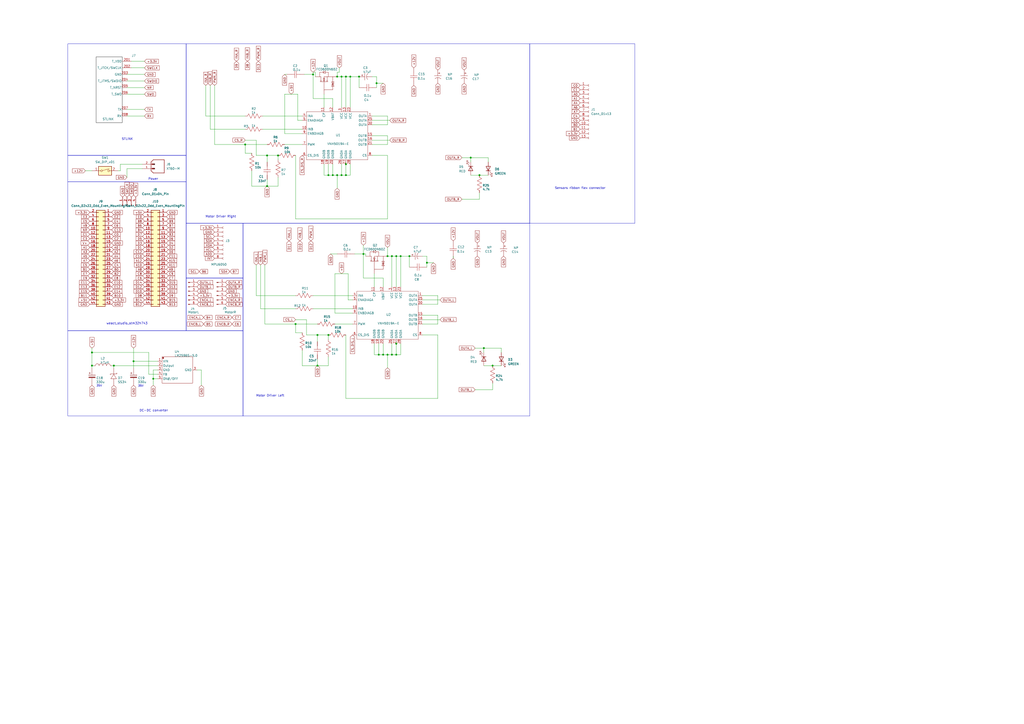
<source format=kicad_sch>
(kicad_sch (version 20250114) (generator "eeschema") (generator_version "9.0")
  (paper "A2")
  (rectangle (start 307.34 25.4) (end 368.3 129.54))
  (rectangle (start 107.95 129.54) (end 140.97 161.29))
  (rectangle (start 107.95 25.4) (end 307.34 129.54))
  (rectangle (start 39.37 90.17) (end 107.95 105.41))
  (rectangle (start 39.37 25.4) (end 107.95 90.17))
  (rectangle (start 39.37 191.77) (end 140.97 241.3))
  (rectangle (start 140.97 129.54) (end 307.34 241.3))
  (rectangle (start 39.37 105.41) (end 107.95 191.77))
  (rectangle (start 107.95 161.29) (end 140.97 191.77))
  (text "STLINK" (at 73.914 80.772 0) (effects (font (size 1.27 1.27))))
  (text "Sensors ribbon flex connector" (at 336.55 109.22 0) (effects (font (size 1.27 1.27))))
  (text "DC-DC converter" (at 89.154 238.252 0) (effects (font (size 1.27 1.27))))
  (text "35V" (at 55.88 224.515 0) (effects (font (size 1.143 1.143)) (justify left bottom)))
  (text "Motor Driver Right" (at 128.016 125.73 0) (effects (font (size 1.27 1.27))))
  (text "Motor Driver Left" (at 156.718 229.616 0) (effects (font (size 1.27 1.27))))
  (text "weact_studio_stm32h743" (at 73.66 187.706 0) (effects (font (size 1.27 1.27))))
  (text "Power" (at 88.9 103.886 0) (effects (font (size 1.27 1.27))))
  (text "35V" (at 80.01 224.619 0) (effects (font (size 1.143 1.143)) (justify left bottom)))
  (junction (at 193.04 101.6))
  (junction (at 53.34 204.47))
  (junction (at 88.9 219.71))
  (junction (at 285.75 212.09))
  (junction (at 208.28 44.45))
  (junction (at 224.79 148.59))
  (junction (at 171.45 187.96))
  (junction (at 227.33 148.59))
  (junction (at 232.41 148.59))
  (junction (at 154.94 107.95))
  (junction (at 237.49 148.59))
  (junction (at 280.67 201.93))
  (junction (at 195.58 44.45))
  (junction (at 273.05 91.44))
  (junction (at 247.65 152.4))
  (junction (at 227.33 205.74))
  (junction (at 195.58 101.6))
  (junction (at 53.34 212.09))
  (junction (at 190.5 101.6))
  (junction (at 200.66 44.45))
  (junction (at 198.12 101.6))
  (junction (at 181.61 43.18))
  (junction (at 219.71 205.74))
  (junction (at 190.5 194.31))
  (junction (at 154.94 90.17))
  (junction (at 229.87 199.39))
  (junction (at 77.47 209.55))
  (junction (at 142.24 83.82))
  (junction (at 229.87 148.59))
  (junction (at 218.44 48.26))
  (junction (at 210.82 147.32))
  (junction (at 198.12 44.45))
  (junction (at 200.66 95.25))
  (junction (at 224.79 205.74))
  (junction (at 229.87 205.74))
  (junction (at 184.15 212.09))
  (junction (at 184.15 194.31))
  (junction (at 161.29 90.17))
  (junction (at 222.25 205.74))
  (junction (at 278.13 101.6))
  (junction (at 200.66 101.6))
  (junction (at 66.04 212.09))
  (junction (at 203.2 44.45))
  (wire (pts (xy 217.17 205.74) (xy 219.71 205.74)))
  (wire (pts (xy 194.31 158.75) (xy 194.31 181.61)))
  (wire (pts (xy 88.9 219.71) (xy 88.9 214.63)))
  (wire (pts (xy 215.9 90.17) (xy 224.79 90.17)))
  (wire (pts (xy 200.66 101.6) (xy 200.66 95.25)))
  (wire (pts (xy 53.34 204.47) (xy 86.36 204.47)))
  (wire (pts (xy 190.5 95.25) (xy 190.5 101.6)))
  (wire (pts (xy 142.24 83.82) (xy 154.94 83.82)))
  (wire (pts (xy 195.58 101.6) (xy 198.12 101.6)))
  (wire (pts (xy 88.9 214.63) (xy 91.44 214.63)))
  (wire (pts (xy 283.21 93.98) (xy 283.21 91.44)))
  (wire (pts (xy 229.87 205.74) (xy 232.41 205.74)))
  (wire (pts (xy 66.04 213.36) (xy 66.04 212.09)))
  (wire (pts (xy 215.9 44.45) (xy 218.44 44.45)))
  (wire (pts (xy 184.15 194.31) (xy 190.5 194.31)))
  (wire (pts (xy 224.79 127) (xy 171.45 127)))
  (wire (pts (xy 245.11 148.59) (xy 247.65 148.59)))
  (wire (pts (xy 76.2 35.56) (xy 83.82 35.56)))
  (wire (pts (xy 171.45 187.96) (xy 184.15 187.96)))
  (wire (pts (xy 254 171.45) (xy 254 176.53)))
  (wire (pts (xy 222.25 199.39) (xy 222.25 205.74)))
  (wire (pts (xy 208.28 44.45) (xy 203.2 44.45)))
  (wire (pts (xy 142.24 74.93) (xy 121.92 74.93)))
  (wire (pts (xy 176.53 43.18) (xy 181.61 43.18)))
  (wire (pts (xy 273.05 91.44) (xy 283.21 91.44)))
  (wire (pts (xy 200.66 101.6) (xy 203.2 101.6)))
  (wire (pts (xy 119.38 67.31) (xy 119.38 49.53)))
  (wire (pts (xy 227.33 199.39) (xy 227.33 205.74)))
  (wire (pts (xy 171.45 127) (xy 171.45 90.17)))
  (wire (pts (xy 171.45 171.45) (xy 148.59 171.45)))
  (wire (pts (xy 200.66 95.25) (xy 200.66 93.98)))
  (wire (pts (xy 204.47 179.07) (xy 181.61 179.07)))
  (wire (pts (xy 215.9 78.74) (xy 224.79 78.74)))
  (wire (pts (xy 161.29 90.17) (xy 161.29 92.71)))
  (wire (pts (xy 245.11 182.88) (xy 254 182.88)))
  (wire (pts (xy 148.59 171.45) (xy 148.59 153.67)))
  (wire (pts (xy 193.04 62.23) (xy 193.04 57.15)))
  (wire (pts (xy 190.5 194.31) (xy 190.5 196.85)))
  (wire (pts (xy 198.12 101.6) (xy 200.66 101.6)))
  (wire (pts (xy 161.29 107.95) (xy 154.94 107.95)))
  (wire (pts (xy 116.84 214.63) (xy 116.84 223.52)))
  (wire (pts (xy 73.66 67.31) (xy 83.82 67.31)))
  (wire (pts (xy 175.26 74.93) (xy 152.4 74.93)))
  (wire (pts (xy 237.49 148.59) (xy 232.41 148.59)))
  (wire (pts (xy 204.47 181.61) (xy 194.31 181.61)))
  (wire (pts (xy 69.85 95.25) (xy 82.55 95.25)))
  (wire (pts (xy 184.15 198.12) (xy 184.15 194.31)))
  (wire (pts (xy 148.59 90.17) (xy 154.94 90.17)))
  (wire (pts (xy 245.11 194.31) (xy 254 194.31)))
  (wire (pts (xy 245.11 185.42) (xy 255.27 185.42)))
  (wire (pts (xy 124.46 49.53) (xy 124.46 83.82)))
  (wire (pts (xy 229.87 166.37) (xy 229.87 148.59)))
  (wire (pts (xy 254 194.31) (xy 254 231.14)))
  (wire (pts (xy 219.71 199.39) (xy 219.71 205.74)))
  (wire (pts (xy 73.66 43.18) (xy 83.82 43.18)))
  (wire (pts (xy 146.05 107.95) (xy 146.05 99.06)))
  (wire (pts (xy 152.4 67.31) (xy 175.26 67.31)))
  (wire (pts (xy 254 231.14) (xy 200.66 231.14)))
  (wire (pts (xy 69.85 99.06) (xy 69.85 95.25)))
  (wire (pts (xy 224.79 148.59) (xy 227.33 148.59)))
  (wire (pts (xy 181.61 171.45) (xy 204.47 171.45)))
  (wire (pts (xy 224.79 67.31) (xy 224.79 72.39)))
  (wire (pts (xy 224.79 205.74) (xy 227.33 205.74)))
  (wire (pts (xy 222.25 48.26) (xy 218.44 48.26)))
  (wire (pts (xy 273.05 101.6) (xy 278.13 101.6)))
  (wire (pts (xy 219.71 205.74) (xy 222.25 205.74)))
  (wire (pts (xy 86.36 204.47) (xy 86.36 217.17)))
  (wire (pts (xy 68.58 99.06) (xy 69.85 99.06)))
  (wire (pts (xy 181.61 41.91) (xy 182.88 41.91)))
  (wire (pts (xy 153.67 153.67) (xy 153.67 187.96)))
  (wire (pts (xy 171.45 185.42) (xy 177.8 185.42)))
  (wire (pts (xy 121.92 74.93) (xy 121.92 49.53)))
  (wire (pts (xy 91.44 209.55) (xy 77.47 209.55)))
  (wire (pts (xy 222.25 205.74) (xy 224.79 205.74)))
  (wire (pts (xy 175.26 193.04) (xy 171.45 193.04)))
  (wire (pts (xy 175.26 83.82) (xy 165.1 83.82)))
  (wire (pts (xy 73.66 50.8) (xy 83.82 50.8)))
  (wire (pts (xy 251.46 152.4) (xy 247.65 152.4)))
  (wire (pts (xy 227.33 205.74) (xy 229.87 205.74)))
  (wire (pts (xy 232.41 166.37) (xy 232.41 148.59)))
  (wire (pts (xy 124.46 83.82) (xy 142.24 83.82)))
  (wire (pts (xy 200.66 62.23) (xy 200.66 44.45)))
  (wire (pts (xy 154.94 93.98) (xy 154.94 90.17)))
  (wire (pts (xy 151.13 179.07) (xy 151.13 153.67)))
  (wire (pts (xy 195.58 41.91) (xy 195.58 44.45)))
  (wire (pts (xy 191.77 147.32) (xy 195.58 147.32)))
  (wire (pts (xy 181.61 43.18) (xy 181.61 57.15)))
  (wire (pts (xy 165.1 43.18) (xy 166.37 43.18)))
  (wire (pts (xy 54.61 212.09) (xy 53.34 212.09)))
  (wire (pts (xy 278.13 115.57) (xy 278.13 111.76)))
  (wire (pts (xy 267.97 91.44) (xy 273.05 91.44)))
  (wire (pts (xy 267.97 115.57) (xy 278.13 115.57)))
  (wire (pts (xy 76.2 39.37) (xy 83.82 39.37)))
  (wire (pts (xy 224.79 90.17) (xy 224.79 127)))
  (wire (pts (xy 175.26 77.47) (xy 165.1 77.47)))
  (wire (pts (xy 280.67 201.93) (xy 290.83 201.93)))
  (wire (pts (xy 232.41 205.74) (xy 232.41 199.39)))
  (wire (pts (xy 254 182.88) (xy 254 187.96)))
  (wire (pts (xy 273.05 91.44) (xy 273.05 93.98)))
  (wire (pts (xy 165.1 54.61) (xy 172.72 54.61)))
  (wire (pts (xy 165.1 54.61) (xy 165.1 77.47)))
  (wire (pts (xy 53.34 212.09) (xy 53.34 204.47)))
  (wire (pts (xy 210.82 142.24) (xy 210.82 147.32)))
  (wire (pts (xy 190.5 101.6) (xy 193.04 101.6)))
  (wire (pts (xy 208.28 50.8) (xy 208.28 44.45)))
  (wire (pts (xy 285.75 212.09) (xy 290.83 212.09)))
  (wire (pts (xy 218.44 44.45) (xy 218.44 48.26)))
  (wire (pts (xy 172.72 54.61) (xy 172.72 69.85)))
  (wire (pts (xy 254 176.53) (xy 245.11 176.53)))
  (wire (pts (xy 64.77 212.09) (xy 66.04 212.09)))
  (wire (pts (xy 201.93 158.75) (xy 201.93 173.99)))
  (wire (pts (xy 190.5 212.09) (xy 184.15 212.09)))
  (wire (pts (xy 222.25 161.29) (xy 210.82 161.29)))
  (wire (pts (xy 148.59 81.28) (xy 148.59 90.17)))
  (wire (pts (xy 203.2 44.45) (xy 200.66 44.45)))
  (wire (pts (xy 215.9 67.31) (xy 224.79 67.31)))
  (wire (pts (xy 182.88 41.91) (xy 182.88 44.45)))
  (wire (pts (xy 224.79 83.82) (xy 215.9 83.82)))
  (wire (pts (xy 290.83 204.47) (xy 290.83 201.93)))
  (wire (pts (xy 187.96 95.25) (xy 187.96 101.6)))
  (wire (pts (xy 175.26 69.85) (xy 172.72 69.85)))
  (wire (pts (xy 153.67 187.96) (xy 171.45 187.96)))
  (wire (pts (xy 215.9 69.85) (xy 226.06 69.85)))
  (wire (pts (xy 237.49 154.94) (xy 237.49 148.59)))
  (wire (pts (xy 198.12 62.23) (xy 198.12 44.45)))
  (wire (pts (xy 245.11 173.99) (xy 255.27 173.99)))
  (wire (pts (xy 194.31 158.75) (xy 201.93 158.75)))
  (wire (pts (xy 245.11 171.45) (xy 254 171.45)))
  (wire (pts (xy 229.87 205.74) (xy 229.87 199.39)))
  (wire (pts (xy 285.75 226.06) (xy 285.75 222.25)))
  (wire (pts (xy 247.65 148.59) (xy 247.65 152.4)))
  (wire (pts (xy 232.41 148.59) (xy 229.87 148.59)))
  (wire (pts (xy 49.53 99.06) (xy 53.34 99.06)))
  (wire (pts (xy 73.66 97.79) (xy 82.55 97.79)))
  (wire (pts (xy 212.09 147.32) (xy 210.82 147.32)))
  (wire (pts (xy 73.66 54.61) (xy 83.82 54.61)))
  (wire (pts (xy 200.66 231.14) (xy 200.66 194.31)))
  (wire (pts (xy 224.79 78.74) (xy 224.79 83.82)))
  (wire (pts (xy 224.79 143.51) (xy 224.79 148.59)))
  (wire (pts (xy 187.96 101.6) (xy 190.5 101.6)))
  (wire (pts (xy 204.47 187.96) (xy 194.31 187.96)))
  (wire (pts (xy 278.13 101.6) (xy 283.21 101.6)))
  (wire (pts (xy 229.87 199.39) (xy 229.87 198.12)))
  (wire (pts (xy 171.45 179.07) (xy 151.13 179.07)))
  (wire (pts (xy 177.8 194.31) (xy 184.15 194.31)))
  (wire (pts (xy 229.87 148.59) (xy 227.33 148.59)))
  (wire (pts (xy 224.79 72.39) (xy 215.9 72.39)))
  (wire (pts (xy 114.3 214.63) (xy 116.84 214.63)))
  (wire (pts (xy 224.79 213.36) (xy 224.79 205.74)))
  (wire (pts (xy 184.15 212.09) (xy 175.26 212.09)))
  (wire (pts (xy 203.2 101.6) (xy 203.2 95.25)))
  (wire (pts (xy 146.05 88.9) (xy 142.24 88.9)))
  (wire (pts (xy 193.04 95.25) (xy 193.04 101.6)))
  (wire (pts (xy 53.34 213.36) (xy 53.34 212.09)))
  (wire (pts (xy 193.04 57.15) (xy 181.61 57.15)))
  (wire (pts (xy 184.15 208.28) (xy 184.15 212.09)))
  (wire (pts (xy 177.8 185.42) (xy 177.8 194.31)))
  (wire (pts (xy 154.94 104.14) (xy 154.94 107.95)))
  (wire (pts (xy 196.85 41.91) (xy 195.58 41.91)))
  (wire (pts (xy 181.61 41.91) (xy 181.61 43.18)))
  (wire (pts (xy 142.24 67.31) (xy 119.38 67.31)))
  (wire (pts (xy 88.9 223.52) (xy 88.9 219.71)))
  (wire (pts (xy 142.24 88.9) (xy 142.24 83.82)))
  (wire (pts (xy 217.17 199.39) (xy 217.17 205.74)))
  (wire (pts (xy 275.59 226.06) (xy 285.75 226.06)))
  (wire (pts (xy 203.2 62.23) (xy 203.2 44.45)))
  (wire (pts (xy 86.36 217.17) (xy 91.44 217.17)))
  (wire (pts (xy 193.04 101.6) (xy 195.58 101.6)))
  (wire (pts (xy 73.66 102.87) (xy 73.66 97.79)))
  (wire (pts (xy 77.47 201.93) (xy 77.47 209.55)))
  (wire (pts (xy 142.24 81.28) (xy 148.59 81.28)))
  (wire (pts (xy 187.96 62.23) (xy 187.96 54.61)))
  (wire (pts (xy 280.67 201.93) (xy 280.67 204.47)))
  (wire (pts (xy 171.45 193.04) (xy 171.45 187.96)))
  (wire (pts (xy 198.12 95.25) (xy 198.12 101.6)))
  (wire (pts (xy 91.44 219.71) (xy 88.9 219.71)))
  (wire (pts (xy 212.09 148.59) (xy 212.09 147.32)))
  (wire (pts (xy 175.26 212.09) (xy 175.26 203.2)))
  (wire (pts (xy 204.47 173.99) (xy 201.93 173.99)))
  (wire (pts (xy 254 187.96) (xy 245.11 187.96)))
  (wire (pts (xy 210.82 147.32) (xy 210.82 161.29)))
  (wire (pts (xy 53.34 201.93) (xy 53.34 204.47)))
  (wire (pts (xy 195.58 44.45) (xy 198.12 44.45)))
  (wire (pts (xy 196.85 39.37) (xy 196.85 41.91)))
  (wire (pts (xy 200.66 44.45) (xy 198.12 44.45)))
  (wire (pts (xy 222.25 166.37) (xy 222.25 161.29)))
  (wire (pts (xy 275.59 201.93) (xy 280.67 201.93)))
  (wire (pts (xy 73.66 63.5) (xy 83.82 63.5)))
  (wire (pts (xy 190.5 207.01) (xy 190.5 212.09)))
  (wire (pts (xy 280.67 212.09) (xy 285.75 212.09)))
  (wire (pts (xy 247.65 152.4) (xy 247.65 154.94)))
  (wire (pts (xy 227.33 148.59) (xy 227.33 166.37)))
  (wire (pts (xy 154.94 90.17) (xy 161.29 90.17)))
  (wire (pts (xy 161.29 102.87) (xy 161.29 107.95)))
  (wire (pts (xy 154.94 107.95) (xy 146.05 107.95)))
  (wire (pts (xy 217.17 166.37) (xy 217.17 158.75)))
  (wire (pts (xy 73.66 46.99) (xy 83.82 46.99)))
  (wire (pts (xy 262.89 149.86) (xy 262.89 148.59)))
  (wire (pts (xy 215.9 81.28) (xy 226.06 81.28)))
  (wire (pts (xy 205.74 147.32) (xy 210.82 147.32)))
  (wire (pts (xy 195.58 109.22) (xy 195.58 101.6)))
  (wire (pts (xy 77.47 209.55) (xy 77.47 213.36)))
  (wire (pts (xy 218.44 48.26) (xy 218.44 50.8)))
  (wire (pts (xy 66.04 212.09) (xy 91.44 212.09)))
  (global_label "OUTA_L" (shape input) (at 114.3 163.83 0) (property "Intersheetrefs" "${INTERSHEET_REFS}" (effects (hide yes))))
  (global_label "B11" (shape input) (at 52.07 171.45 180) (property "Intersheetrefs" "${INTERSHEET_REFS}" (effects (hide yes))))
  (global_label "D11" (shape input) (at 167.64 139.7 270) (property "Intersheetrefs" "${INTERSHEET_REFS}" (effects (hide yes))))
  (global_label "D12" (shape input) (at 180.34 139.7 270) (property "Intersheetrefs" "${INTERSHEET_REFS}" (effects (hide yes))))
  (global_label "OUTA_R" (shape input) (at 130.81 163.83 0) (property "Intersheetrefs" "${INTERSHEET_REFS}" (effects (hide yes))))
  (global_label "+3.3V" (shape input) (at 83.82 35.56 0) (property "Intersheetrefs" "${INTERSHEET_REFS}" (effects (hide yes))))
  (global_label "E8" (shape input) (at 64.77 161.29 0) (property "Intersheetrefs" "${INTERSHEET_REFS}" (effects (hide yes))))
  (global_label "C3" (shape input) (at 52.07 138.43 180) (property "Intersheetrefs" "${INTERSHEET_REFS}" (effects (hide yes))))
  (global_label "+5V" (shape input) (at 83.82 123.19 180) (property "Intersheetrefs" "${INTERSHEET_REFS}" (effects (hide yes))))
  (global_label "ENCA_L" (shape input) (at 118.11 184.15 180) (property "Intersheetrefs" "${INTERSHEET_REFS}" (effects (hide yes))))
  (global_label "A6" (shape input) (at 336.55 62.23 180) (property "Intersheetrefs" "${INTERSHEET_REFS}" (effects (hide yes))))
  (global_label "VB" (shape input) (at 52.07 130.81 180) (property "Intersheetrefs" "${INTERSHEET_REFS}" (effects (hide yes))))
  (global_label "CS_L" (shape input) (at 171.45 185.42 180) (property "Intersheetrefs" "${INTERSHEET_REFS}" (effects (hide yes))))
  (global_label "+5V" (shape input) (at 168.91 54.61 90) (property "Intersheetrefs" "${INTERSHEET_REFS}" (effects (hide yes))))
  (global_label "PWM_R" (shape input) (at 124.46 49.53 90) (property "Intersheetrefs" "${INTERSHEET_REFS}" (effects (hide yes))))
  (global_label "B5" (shape input) (at 118.11 187.96 0) (property "Intersheetrefs" "${INTERSHEET_REFS}" (effects (hide yes))))
  (global_label "A12" (shape input) (at 83.82 151.13 180) (property "Intersheetrefs" "${INTERSHEET_REFS}" (effects (hide yes))))
  (global_label "C6" (shape input) (at 134.62 187.96 0) (property "Intersheetrefs" "${INTERSHEET_REFS}" (effects (hide yes))))
  (global_label "GND" (shape input) (at 77.47 223.52 270) (property "Intersheetrefs" "${INTERSHEET_REFS}" (effects (hide yes))))
  (global_label "D2" (shape input) (at 96.52 143.51 0) (property "Intersheetrefs" "${INTERSHEET_REFS}" (effects (hide yes))))
  (global_label "GND" (shape input) (at 73.66 102.87 180) (property "Intersheetrefs" "${INTERSHEET_REFS}" (effects (hide yes))))
  (global_label "CS_R" (shape input) (at 142.24 81.28 180) (property "Intersheetrefs" "${INTERSHEET_REFS}" (effects (hide yes))))
  (global_label "OUTB_R" (shape input) (at 226.06 81.28 0) (property "Intersheetrefs" "${INTERSHEET_REFS}" (effects (hide yes))))
  (global_label "E12" (shape input) (at 64.77 166.37 0) (property "Intersheetrefs" "${INTERSHEET_REFS}" (effects (hide yes))))
  (global_label "GND" (shape input) (at 222.25 48.26 270) (property "Intersheetrefs" "${INTERSHEET_REFS}" (effects (hide yes))))
  (global_label "SCL" (shape input) (at 124.46 137.16 180) (property "Intersheetrefs" "${INTERSHEET_REFS}" (effects (hide yes))))
  (global_label "E6" (shape input) (at 64.77 130.81 0) (property "Intersheetrefs" "${INTERSHEET_REFS}" (effects (hide yes))))
  (global_label "E1" (shape input) (at 96.52 125.73 0) (property "Intersheetrefs" "${INTERSHEET_REFS}" (effects (hide yes))))
  (global_label "+12V" (shape input) (at 49.53 99.06 180) (property "Intersheetrefs" "${INTERSHEET_REFS}" (effects (hide yes))))
  (global_label "D6" (shape input) (at 96.52 138.43 0) (property "Intersheetrefs" "${INTERSHEET_REFS}" (effects (hide yes))))
  (global_label "+5V" (shape input) (at 53.34 201.93 90) (property "Intersheetrefs" "${INTERSHEET_REFS}" (effects (hide yes))))
  (global_label "B1" (shape input) (at 52.07 156.21 180) (property "Intersheetrefs" "${INTERSHEET_REFS}" (effects (hide yes))))
  (global_label "XCL" (shape input) (at 124.46 144.78 180) (property "Intersheetrefs" "${INTERSHEET_REFS}" (effects (hide yes))))
  (global_label "C5" (shape input) (at 52.07 153.67 180) (property "Intersheetrefs" "${INTERSHEET_REFS}" (effects (hide yes))))
  (global_label "OUTA_L" (shape input) (at 275.59 201.93 180) (property "Intersheetrefs" "${INTERSHEET_REFS}" (effects (hide yes))))
  (global_label "A1" (shape input) (at 52.07 143.51 180) (property "Intersheetrefs" "${INTERSHEET_REFS}" (effects (hide yes))))
  (global_label "A4" (shape input) (at 336.55 59.69 180) (property "Intersheetrefs" "${INTERSHEET_REFS}" (effects (hide yes))))
  (global_label "GND" (shape input) (at 154.94 107.95 270) (property "Intersheetrefs" "${INTERSHEET_REFS}" (effects (hide yes))))
  (global_label "D0" (shape input) (at 96.52 146.05 0) (property "Intersheetrefs" "${INTERSHEET_REFS}" (effects (hide yes))))
  (global_label "GND" (shape input) (at 254 48.26 270) (property "Intersheetrefs" "${INTERSHEET_REFS}" (effects (hide yes))))
  (global_label "SDA" (shape input) (at 124.46 139.7 180) (property "Intersheetrefs" "${INTERSHEET_REFS}" (effects (hide yes))))
  (global_label "GND" (shape input) (at 292.1 148.59 270) (property "Intersheetrefs" "${INTERSHEET_REFS}" (effects (hide yes))))
  (global_label "D4" (shape input) (at 96.52 140.97 0) (property "Intersheetrefs" "${INTERSHEET_REFS}" (effects (hide yes))))
  (global_label "B14" (shape input) (at 83.82 173.99 180) (property "Intersheetrefs" "${INTERSHEET_REFS}" (effects (hide yes))))
  (global_label "E7" (shape input) (at 52.07 158.75 180) (property "Intersheetrefs" "${INTERSHEET_REFS}" (effects (hide yes))))
  (global_label "B6" (shape input) (at 115.57 157.48 0) (property "Intersheetrefs" "${INTERSHEET_REFS}" (effects (hide yes))))
  (global_label "SWDIO" (shape input) (at 83.82 46.99 0) (property "Intersheetrefs" "${INTERSHEET_REFS}" (effects (hide yes))))
  (global_label "V+" (shape input) (at 52.07 140.97 180) (property "Intersheetrefs" "${INTERSHEET_REFS}" (effects (hide yes))))
  (global_label "B2" (shape input) (at 64.77 158.75 0) (property "Intersheetrefs" "${INTERSHEET_REFS}" (effects (hide yes))))
  (global_label "VOUT" (shape input) (at 269.24 40.64 90) (property "Intersheetrefs" "${INTERSHEET_REFS}" (effects (hide yes))))
  (global_label "GND" (shape input) (at 184.15 212.09 270) (property "Intersheetrefs" "${INTERSHEET_REFS}" (effects (hide yes))))
  (global_label "GND" (shape input) (at 64.77 140.97 0) (property "Intersheetrefs" "${INTERSHEET_REFS}" (effects (hide yes))))
  (global_label "SWDIO" (shape input) (at 76.2 114.3 90) (property "Intersheetrefs" "${INTERSHEET_REFS}" (effects (hide yes))))
  (global_label "CS_DIS_R" (shape input) (at 175.26 90.17 270) (property "Intersheetrefs" "${INTERSHEET_REFS}" (effects (hide yes))))
  (global_label "D12" (shape input) (at 83.82 166.37 180) (property "Intersheetrefs" "${INTERSHEET_REFS}" (effects (hide yes))))
  (global_label "+12V" (shape input) (at 181.61 41.91 90) (property "Intersheetrefs" "${INTERSHEET_REFS}" (effects (hide yes))))
  (global_label "C2" (shape input) (at 64.77 138.43 0) (property "Intersheetrefs" "${INTERSHEET_REFS}" (effects (hide yes))))
  (global_label "GND" (shape input) (at 165.1 43.18 270) (property "Intersheetrefs" "${INTERSHEET_REFS}" (effects (hide yes))))
  (global_label "D8" (shape input) (at 83.82 171.45 180) (property "Intersheetrefs" "${INTERSHEET_REFS}" (effects (hide yes))))
  (global_label "GND" (shape input) (at 114.3 168.91 0) (property "Intersheetrefs" "${INTERSHEET_REFS}" (effects (hide yes))))
  (global_label "D3" (shape input) (at 83.82 140.97 180) (property "Intersheetrefs" "${INTERSHEET_REFS}" (effects (hide yes))))
  (global_label "OUTB_R" (shape input) (at 267.97 115.57 180) (property "Intersheetrefs" "${INTERSHEET_REFS}" (effects (hide yes))))
  (global_label "A15" (shape input) (at 96.52 151.13 0) (property "Intersheetrefs" "${INTERSHEET_REFS}" (effects (hide yes))))
  (global_label "C1" (shape input) (at 52.07 135.89 180) (property "Intersheetrefs" "${INTERSHEET_REFS}" (effects (hide yes))))
  (global_label "SWCLK" (shape input) (at 73.66 114.3 90) (property "Intersheetrefs" "${INTERSHEET_REFS}" (effects (hide yes))))
  (global_label "VOUT" (shape input) (at 276.86 140.97 90) (property "Intersheetrefs" "${INTERSHEET_REFS}" (effects (hide yes))))
  (global_label "C0" (shape input) (at 64.77 135.89 0) (property "Intersheetrefs" "${INTERSHEET_REFS}" (effects (hide yes))))
  (global_label "D11" (shape input) (at 96.52 168.91 0) (property "Intersheetrefs" "${INTERSHEET_REFS}" (effects (hide yes))))
  (global_label "B3" (shape input) (at 96.52 135.89 0) (property "Intersheetrefs" "${INTERSHEET_REFS}" (effects (hide yes))))
  (global_label "D15" (shape input) (at 96.52 163.83 0) (property "Intersheetrefs" "${INTERSHEET_REFS}" (effects (hide yes))))
  (global_label "B4" (shape input) (at 83.82 133.35 180) (property "Intersheetrefs" "${INTERSHEET_REFS}" (effects (hide yes))))
  (global_label "NR" (shape input) (at 52.07 133.35 180) (property "Intersheetrefs" "${INTERSHEET_REFS}" (effects (hide yes))))
  (global_label "NR" (shape input) (at 83.82 50.8 0) (property "Intersheetrefs" "${INTERSHEET_REFS}" (effects (hide yes))))
  (global_label "+12V" (shape input) (at 262.89 139.7 90) (property "Intersheetrefs" "${INTERSHEET_REFS}" (effects (hide yes))))
  (global_label "PWM_R" (shape input) (at 149.86 35.56 90) (property "Intersheetrefs" "${INTERSHEET_REFS}" (effects (hide yes))))
  (global_label "VOUT" (shape input) (at 254 40.64 90) (property "Intersheetrefs" "${INTERSHEET_REFS}" (effects (hide yes))))
  (global_label "GND" (shape input) (at 64.77 123.19 0) (property "Intersheetrefs" "${INTERSHEET_REFS}" (effects (hide yes))))
  (global_label "E15" (shape input) (at 52.07 168.91 180) (property "Intersheetrefs" "${INTERSHEET_REFS}" (effects (hide yes))))
  (global_label "A7" (shape input) (at 52.07 151.13 180) (property "Intersheetrefs" "${INTERSHEET_REFS}" (effects (hide yes))))
  (global_label "E9" (shape input) (at 52.07 161.29 180) (property "Intersheetrefs" "${INTERSHEET_REFS}" (effects (hide yes))))
  (global_label "GND" (shape input) (at 130.81 168.91 0) (property "Intersheetrefs" "${INTERSHEET_REFS}" (effects (hide yes))))
  (global_label "A10" (shape input) (at 83.82 153.67 180) (property "Intersheetrefs" "${INTERSHEET_REFS}" (effects (hide yes))))
  (global_label "A6" (shape input) (at 64.77 151.13 0) (property "Intersheetrefs" "${INTERSHEET_REFS}" (effects (hide yes))))
  (global_label "B4" (shape input) (at 118.11 184.15 0) (property "Intersheetrefs" "${INTERSHEET_REFS}" (effects (hide yes))))
  (global_label "GND" (shape input) (at 269.24 48.26 270) (property "Intersheetrefs" "${INTERSHEET_REFS}" (effects (hide yes))))
  (global_label "INA_L" (shape input) (at 148.59 153.67 90) (property "Intersheetrefs" "${INTERSHEET_REFS}" (effects (hide yes))))
  (global_label "SCL" (shape input) (at 115.57 157.48 180) (property "Intersheetrefs" "${INTERSHEET_REFS}" (effects (hide yes))))
  (global_label "OUTA_L" (shape input) (at 255.27 173.99 0) (property "Intersheetrefs" "${INTERSHEET_REFS}" (effects (hide yes))))
  (global_label "B9" (shape input) (at 96.52 128.27 0) (property "Intersheetrefs" "${INTERSHEET_REFS}" (effects (hide yes))))
  (global_label "B5" (shape input) (at 96.52 133.35 0) (property "Intersheetrefs" "${INTERSHEET_REFS}" (effects (hide yes))))
  (global_label "A0" (shape input) (at 336.55 54.61 180) (property "Intersheetrefs" "${INTERSHEET_REFS}" (effects (hide yes))))
  (global_label "GND" (shape input) (at 251.46 152.4 270) (property "Intersheetrefs" "${INTERSHEET_REFS}" (effects (hide yes))))
  (global_label "GND" (shape input) (at 116.84 223.52 270) (property "Intersheetrefs" "${INTERSHEET_REFS}" (effects (hide yes))))
  (global_label "GND" (shape input) (at 71.12 114.3 90) (property "Intersheetrefs" "${INTERSHEET_REFS}" (effects (hide yes))))
  (global_label "C7" (shape input) (at 134.62 184.15 0) (property "Intersheetrefs" "${INTERSHEET_REFS}" (effects (hide yes))))
  (global_label "A8" (shape input) (at 83.82 156.21 180) (property "Intersheetrefs" "${INTERSHEET_REFS}" (effects (hide yes))))
  (global_label "VOUT" (shape input) (at 224.79 143.51 90) (property "Intersheetrefs" "${INTERSHEET_REFS}" (effects (hide yes))))
  (global_label "+3.3V" (shape input) (at 52.07 123.19 180) (property "Intersheetrefs" "${INTERSHEET_REFS}" (effects (hide yes))))
  (global_label "GND" (shape input) (at 96.52 123.19 0) (property "Intersheetrefs" "${INTERSHEET_REFS}" (effects (hide yes))))
  (global_label "GND" (shape input) (at 83.82 43.18 0) (property "Intersheetrefs" "${INTERSHEET_REFS}" (effects (hide yes))))
  (global_label "+3.3V" (shape input) (at 124.46 132.08 180) (property "Intersheetrefs" "${INTERSHEET_REFS}" (effects (hide yes))))
  (global_label "D10" (shape input) (at 173.99 139.7 270) (property "Intersheetrefs" "${INTERSHEET_REFS}" (effects (hide yes))))
  (global_label "B8" (shape input) (at 83.82 128.27 180) (property "Intersheetrefs" "${INTERSHEET_REFS}" (effects (hide yes))))
  (global_label "D13" (shape input) (at 149.86 35.56 270) (property "Intersheetrefs" "${INTERSHEET_REFS}" (effects (hide yes))))
  (global_label "INT" (shape input) (at 124.46 149.86 180) (property "Intersheetrefs" "${INTERSHEET_REFS}" (effects (hide yes))))
  (global_label "A4" (shape input) (at 64.77 148.59 0) (property "Intersheetrefs" "${INTERSHEET_REFS}" (effects (hide yes))))
  (global_label "C13" (shape input) (at 64.77 133.35 0) (property "Intersheetrefs" "${INTERSHEET_REFS}" (effects (hide yes))))
  (global_label "ENCB_R" (shape input) (at 130.81 176.53 0) (property "Intersheetrefs" "${INTERSHEET_REFS}" (effects (hide yes))))
  (global_label "B0" (shape input) (at 64.77 156.21 0) (property "Intersheetrefs" "${INTERSHEET_REFS}" (effects (hide yes))))
  (global_label "CS_DIS_L" (shape input) (at 204.47 194.31 270) (property "Intersheetrefs" "${INTERSHEET_REFS}" (effects (hide yes))))
  (global_label "B15" (shape input) (at 96.52 173.99 0) (property "Intersheetrefs" "${INTERSHEET_REFS}" (effects (hide yes))))
  (global_label "GND" (shape input) (at 64.77 176.53 0) (property "Intersheetrefs" "${INTERSHEET_REFS}" (effects (hide yes))))
  (global_label "+3.3V" (shape input) (at 114.3 171.45 0) (property "Intersheetrefs" "${INTERSHEET_REFS}" (effects (hide yes))))
  (global_label "GND" (shape input) (at 66.04 223.52 270) (property "Intersheetrefs" "${INTERSHEET_REFS}" (effects (hide yes))))
  (global_label "D14" (shape input) (at 83.82 163.83 180) (property "Intersheetrefs" "${INTERSHEET_REFS}" (effects (hide yes))))
  (global_label "GND" (shape input) (at 124.46 134.62 180) (property "Intersheetrefs" "${INTERSHEET_REFS}" (effects (hide yes))))
  (global_label "OUTA_R" (shape input) (at 226.06 69.85 0) (property "Intersheetrefs" "${INTERSHEET_REFS}" (effects (hide yes))))
  (global_label "ADD" (shape input) (at 124.46 147.32 180) (property "Intersheetrefs" "${INTERSHEET_REFS}" (effects (hide yes))))
  (global_label "E14" (shape input) (at 64.77 168.91 0) (property "Intersheetrefs" "${INTERSHEET_REFS}" (effects (hide yes))))
  (global_label "E10" (shape input) (at 64.77 163.83 0) (property "Intersheetrefs" "${INTERSHEET_REFS}" (effects (hide yes))))
  (global_label "+3.3V" (shape input) (at 336.55 77.47 180) (property "Intersheetrefs" "${INTERSHEET_REFS}" (effects (hide yes))))
  (global_label "GND" (shape input) (at 53.34 223.52 270) (property "Intersheetrefs" "${INTERSHEET_REFS}" (effects (hide yes))))
  (global_label "B13" (shape input) (at 96.52 176.53 0) (property "Intersheetrefs" "${INTERSHEET_REFS}" (effects (hide yes))))
  (global_label "A11" (shape input) (at 96.52 153.67 0) (property "Intersheetrefs" "${INTERSHEET_REFS}" (effects (hide yes))))
  (global_label "+5V" (shape input) (at 52.07 173.99 180) (property "Intersheetrefs" "${INTERSHEET_REFS}" (effects (hide yes))))
  (global_label "ENCB_R" (shape input) (at 134.62 187.96 180) (property "Intersheetrefs" "${INTERSHEET_REFS}" (effects (hide yes))))
  (global_label "OUTB_R" (shape input) (at 130.81 166.37 0) (property "Intersheetrefs" "${INTERSHEET_REFS}" (effects (hide yes))))
  (global_label "INB_R" (shape input) (at 121.92 49.53 90) (property "Intersheetrefs" "${INTERSHEET_REFS}" (effects (hide yes))))
  (global_label "D13" (shape input) (at 96.52 166.37 0) (property "Intersheetrefs" "${INTERSHEET_REFS}" (effects (hide yes))))
  (global_label "GND" (shape input) (at 336.55 80.01 180) (property "Intersheetrefs" "${INTERSHEET_REFS}" (effects (hide yes))))
  (global_label "C7" (shape input) (at 96.52 161.29 0) (property "Intersheetrefs" "${INTERSHEET_REFS}" (effects (hide yes))))
  (global_label "ENCA_R" (shape input) (at 134.62 184.15 180) (property "Intersheetrefs" "${INTERSHEET_REFS}" (effects (hide yes))))
  (global_label "D8" (shape input) (at 143.51 35.56 270) (property "Intersheetrefs" "${INTERSHEET_REFS}" (effects (hide yes))))
  (global_label "B7" (shape input) (at 96.52 130.81 0) (property "Intersheetrefs" "${INTERSHEET_REFS}" (effects (hide yes))))
  (global_label "D10" (shape input) (at 83.82 168.91 180) (property "Intersheetrefs" "${INTERSHEET_REFS}" (effects (hide yes))))
  (global_label "C4" (shape input) (at 64.77 153.67 0) (property "Intersheetrefs" "${INTERSHEET_REFS}" (effects (hide yes))))
  (global_label "A1" (shape input) (at 336.55 57.15 180) (property "Intersheetrefs" "${INTERSHEET_REFS}" (effects (hide yes))))
  (global_label "B0" (shape input) (at 336.55 72.39 180) (property "Intersheetrefs" "${INTERSHEET_REFS}" (effects (hide yes))))
  (global_label "SWCLK" (shape input) (at 83.82 39.37 0) (property "Intersheetrefs" "${INTERSHEET_REFS}" (effects (hide yes))))
  (global_label "A9" (shape input) (at 96.52 156.21 0) (property "Intersheetrefs" "${INTERSHEET_REFS}" (effects (hide yes))))
  (global_label "VOUT" (shape input) (at 196.85 39.37 90) (property "Intersheetrefs" "${INTERSHEET_REFS}" (effects (hide yes))))
  (global_label "C12" (shape input) (at 83.82 146.05 180) (property "Intersheetrefs" "${INTERSHEET_REFS}" (effects (hide yes))))
  (global_label "PWM_L" (shape input) (at 153.67 153.67 90) (property "Intersheetrefs" "${INTERSHEET_REFS}" (effects (hide yes))))
  (global_label "OUTB_L" (shape input) (at 275.59 226.06 180) (property "Intersheetrefs" "${INTERSHEET_REFS}" (effects (hide yes))))
  (global_label "+5V" (shape input) (at 198.12 158.75 90) (property "Intersheetrefs" "${INTERSHEET_REFS}" (effects (hide yes))))
  (global_label "B1" (shape input) (at 336.55 74.93 180) (property "Intersheetrefs" "${INTERSHEET_REFS}" (effects (hide yes))))
  (global_label "C9" (shape input) (at 96.52 158.75 0) (property "Intersheetrefs" "${INTERSHEET_REFS}" (effects (hide yes))))
  (global_label "+12V" (shape input) (at 210.82 142.24 90) (property "Intersheetrefs" "${INTERSHEET_REFS}" (effects (hide yes))))
  (global_label "OUTA_R" (shape input) (at 267.97 91.44 180) (property "Intersheetrefs" "${INTERSHEET_REFS}" (effects (hide yes))))
  (global_label "GND" (shape input) (at 191.77 147.32 270) (property "Intersheetrefs" "${INTERSHEET_REFS}" (effects (hide yes))))
  (global_label "A0" (shape input) (at 64.77 143.51 0) (property "Intersheetrefs" "${INTERSHEET_REFS}" (effects (hide yes))))
  (global_label "C6" (shape input) (at 83.82 161.29 180) (property "Intersheetrefs" "${INTERSHEET_REFS}" (effects (hide yes))))
  (global_label "ENCA_L" (shape input) (at 114.3 173.99 0) (property "Intersheetrefs" "${INTERSHEET_REFS}" (effects (hide yes))))
  (global_label "GND" (shape input) (at 88.9 223.52 270) (property "Intersheetrefs" "${INTERSHEET_REFS}" (effects (hide yes))))
  (global_label "+3.3V" (shape input) (at 130.81 171.45 0) (property "Intersheetrefs" "${INTERSHEET_REFS}" (effects (hide yes))))
  (global_label "+12V" (shape input) (at 77.47 201.93 90) (property "Intersheetrefs" "${INTERSHEET_REFS}" (effects (hide yes))))
  (global_label "RX" (shape input) (at 83.82 67.31 0) (property "Intersheetrefs" "${INTERSHEET_REFS}" (effects (hide yes))))
  (global_label "C5" (shape input) (at 336.55 69.85 180) (property "Intersheetrefs" "${INTERSHEET_REFS}" (effects (hide yes))))
  (global_label "E5" (shape input) (at 52.07 128.27 180) (property "Intersheetrefs" "${INTERSHEET_REFS}" (effects (hide yes))))
  (global_label "D9" (shape input) (at 96.52 171.45 0) (property "Intersheetrefs" "${INTERSHEET_REFS}" (effects (hide yes))))
  (global_label "INA_R" (shape input) (at 137.16 35.56 90) (property "Intersheetrefs" "${INTERSHEET_REFS}" (effects (hide yes))))
  (global_label "TX" (shape input) (at 83.82 63.5 0) (property "Intersheetrefs" "${INTERSHEET_REFS}" (effects (hide yes))))
  (global_label "E11" (shape input) (at 52.07 163.83 180) (property "Intersheetrefs" "${INTERSHEET_REFS}" (effects (hide yes))))
  (global_label "C10" (shape input) (at 83.82 148.59 180) (property "Intersheetrefs" "${INTERSHEET_REFS}" (effects (hide yes))))
  (global_label "ENCB_L" (shape input) (at 114.3 176.53 0) (property "Intersheetrefs" "${INTERSHEET_REFS}" (effects (hide yes))))
  (global_label "SDA" (shape input) (at 133.35 157.48 180) (property "Intersheetrefs" "${INTERSHEET_REFS}" (effects (hide yes))))
  (global_label "C1" (shape input) (at 336.55 52.07 180) (property "Intersheetrefs" "${INTERSHEET_REFS}" (effects (hide yes))))
  (global_label "GND" (shape input) (at 240.03 49.53 270) (property "Intersheetrefs" "${INTERSHEET_REFS}" (effects (hide yes))))
  (global_label "D1" (shape input) (at 83.82 143.51 180) (property "Intersheetrefs" "${INTERSHEET_REFS}" (effects (hide yes))))
  (global_label "E13" (shape input) (at 52.07 166.37 180) (property "Intersheetrefs" "${INTERSHEET_REFS}" (effects (hide yes))))
  (global_label "A3" (shape input) (at 52.07 146.05 180) (property "Intersheetrefs" "${INTERSHEET_REFS}" (effects (hide yes))))
  (global_label "GND" (shape input) (at 52.07 176.53 180) (property "Intersheetrefs" "${INTERSHEET_REFS}" (effects (hide yes))))
  (global_label "D7" (shape input) (at 83.82 135.89 180) (property "Intersheetrefs" "${INTERSHEET_REFS}" (effects (hide yes))))
  (global_label "C11" (shape input) (at 96.52 148.59 0) (property "Intersheetrefs" "${INTERSHEET_REFS}" (effects (hide yes))))
  (global_label "OUTB_L" (shape input) (at 114.3 166.37 0) (property "Intersheetrefs" "${INTERSHEET_REFS}" (effects (hide yes))))
  (global_label "+12V" (shape input) (at 240.03 39.37 90) (property "Intersheetrefs" "${INTERSHEET_REFS}" (effects (hide yes))))
  (global_label "INA_L" (shape input) (at 167.64 139.7 90) (property "Intersheetrefs" "${INTERSHEET_REFS}" (effects (hide yes))))
  (global_label "B7" (shape input) (at 133.35 157.48 0) (property "Intersheetrefs" "${INTERSHEET_REFS}" (effects (hide yes))))
  (global_label "E4" (shape input) (at 64.77 128.27 0) (property "Intersheetrefs" "${INTERSHEET_REFS}" (effects (hide yes))))
  (global_label "B12" (shape input) (at 83.82 176.53 180) (property "Intersheetrefs" "${INTERSHEET_REFS}" (effects (hide yes))))
  (global_label "GND" (shape input) (at 224.79 213.36 270) (property "Intersheetrefs" "${INTERSHEET_REFS}" (effects (hide yes))))
  (global_label "E3" (shape input) (at 52.07 125.73 180) (property "Intersheetrefs" "${INTERSHEET_REFS}" (effects (hide yes))))
  (global_label "ENCA_R" (shape input) (at 130.81 173.99 0) (property "Intersheetrefs" "${INTERSHEET_REFS}" (effects (hide yes))))
  (global_label "A7" (shape input) (at 336.55 64.77 180) (property "Intersheetrefs" "${INTERSHEET_REFS}" (effects (hide yes))))
  (global_label "+3.3V" (shape input) (at 78.74 114.3 90) (property "Intersheetrefs" "${INTERSHEET_REFS}" (effects (hide yes))))
  (global_label "GND" (shape input) (at 276.86 148.59 270) (property "Intersheetrefs" "${INTERSHEET_REFS}" (effects (hide yes))))
  (global_label "A5" (shape input) (at 52.07 148.59 180) (property "Intersheetrefs" "${INTERSHEET_REFS}" (effects (hide yes))))
  (global_label "OUTB_L" (shape input) (at 255.27 185.42 0) (property "Intersheetrefs" "${INTERSHEET_REFS}" (effects (hide yes))))
  (global_label "A2" (shape input) (at 64.77 146.05 0) (property "Intersheetrefs" "${INTERSHEET_REFS}" (effects (hide yes))))
  (global_label "E0" (shape input) (at 83.82 125.73 180) (property "Intersheetrefs" "${INTERSHEET_REFS}" (effects (hide yes))))
  (global_label "INB_R" (shape input) (at 143.51 35.56 90) (property "Intersheetrefs" "${INTERSHEET_REFS}" (effects (hide yes))))
  (global_label "ENCB_L" (shape input) (at 118.11 187.96 180) (property "Intersheetrefs" "${INTERSHEET_REFS}" (effects (hide yes))))
  (global_label "INB_L" (shape input) (at 151.13 153.67 90) (property "Intersheetrefs" "${INTERSHEET_REFS}" (effects (hide yes))))
  (global_label "E2" (shape input) (at 64.77 125.73 0) (property "Intersheetrefs" "${INTERSHEET_REFS}" (effects (hide yes))))
  (global_label "PWM_L" (shape input) (at 180.34 139.7 90) (property "Intersheetrefs" "${INTERSHEET_REFS}" (effects (hide yes))))
  (global_label "VOUT" (shape input) (at 292.1 140.97 90) (property "Intersheetrefs" "${INTERSHEET_REFS}" (effects (hide yes))))
  (global_label "GND" (shape input) (at 262.89 149.86 270) (property "Intersheetrefs" "${INTERSHEET_REFS}" (effects (hide yes))))
  (global_label "INA_R" (shape input) (at 119.38 49.53 90) (property "Intersheetrefs" "${INTERSHEET_REFS}" (effects (hide yes))))
  (global_label "C4" (shape input) (at 336.55 67.31 180) (property "Intersheetrefs" "${INTERSHEET_REFS}" (effects (hide yes))))
  (global_label "D5" (shape input) (at 83.82 138.43 180) (property "Intersheetrefs" "${INTERSHEET_REFS}" (effects (hide yes))))
  (global_label "GND" (shape input) (at 195.58 109.22 270) (property "Intersheetrefs" "${INTERSHEET_REFS}" (effects (hide yes))))
  (global_label "D9" (shape input) (at 137.16 35.56 270) (property "Intersheetrefs" "${INTERSHEET_REFS}" (effects (hide yes))))
  (global_label "+3.3V" (shape input) (at 64.77 173.99 0) (property "Intersheetrefs" "${INTERSHEET_REFS}" (effects (hide yes))))
  (global_label "XDA" (shape input) (at 124.46 142.24 180) (property "Intersheetrefs" "${INTERSHEET_REFS}" (effects (hide yes))))
  (global_label "SWO" (shape input) (at 83.82 54.61 0) (property "Intersheetrefs" "${INTERSHEET_REFS}" (effects (hide yes))))
  (global_label "INB_L" (shape input) (at 173.99 139.7 90) (property "Intersheetrefs" "${INTERSHEET_REFS}" (effects (hide yes))))
  (global_label "B10" (shape input) (at 64.77 171.45 0) (property "Intersheetrefs" "${INTERSHEET_REFS}" (effects (hide yes))))
  (global_label "B6" (shape input) (at 83.82 130.81 180) (property "Intersheetrefs" "${INTERSHEET_REFS}" (effects (hide yes))))
  (global_label "C0" (shape input) (at 336.55 49.53 180) (property "Intersheetrefs" "${INTERSHEET_REFS}" (effects (hide yes))))
  (global_label "C8" (shape input) (at 83.82 158.75 180) (property "Intersheetrefs" "${INTERSHEET_REFS}" (effects (hide yes))))
  (symbol (lib_name "Conn_02x22_Odd_Even_MountingPin_1") (lib_id "Connector_Generic_MountingPin:Conn_02x22_Odd_Even_MountingPin") (at 59.69 148.59 0) (unit 1)
    (property "Reference" "J9" (at 58.42 116.84 0))
    (property "Value" "Conn_02x22_Odd_Even_MountingPin" (at 58.42 119.38 0))
    (property "Footprint" "Connector_PinSocket_2.54mm:PinSocket_2x22_P2.54mm_Vertical" (effects (hide yes)))
    (property "Description" "Generic connectable mounting pin connector, double row, 02x22, odd/even pin numbering scheme (row 1 odd numbers, row 2 even numbers), script generated (kicad-library-utils/schlib/autogen/connector/)" (effects (hide yes)))
  )
  (symbol (lib_id "LM2596-altium-import:root_0_330u_") (at 53.34 218.44 0) (unit 1)
    (property "Reference" "C18" (at 55.88 220.007 0) (effects (justify left bottom)))
    (property "Value" "330u" (at 55.753 222.293 0) (effects (justify left bottom)))
    (property "Footprint" "Capacitor_SMD:CP_Elec_8x10.5" (effects (hide yes)))
    (property "NAMEALIAS" "Value(F)" (effects (hide yes)))
    (property "CONTRIBUTOR" "EasyEDA" (effects (hide yes)))
    (property "MANUFACTURER PART" "?" (effects (hide yes)))
    (property "SPICEPRE" "C" (effects (hide yes)))
    (property "SPICESYMBOLNAME" "Cap_Electrolytic(SMD)_D8.0XH10.5_EU" (effects (hide yes)))
  )
  (symbol (lib_id "LM2596-altium-import:root_0_47uH_") (at 59.69 212.09 0) (unit 1)
    (property "Reference" "L2" (at 58.394 208.64 0) (effects (justify left bottom)))
    (property "Value" "47uH" (at 58.209 210.958 0) (effects (justify left bottom)))
    (property "Footprint" "Inductor_SMD:L_12x12mm_H6mm" (effects (hide yes)))
    (property "SUPPLIER" "LCSC" (effects (hide yes)))
    (property "MANUFACTURER" "Sumida" (effects (hide yes)))
    (property "MANUFACTURER PART" "CDRH127NP-470MC" (effects (hide yes)))
    (property "NAMEALIAS" "Inductance" (effects (hide yes)))
    (property "CONTRIBUTOR" "LCSC" (effects (hide yes)))
    (property "SUPPLIER PART" "C167265" (effects (hide yes)))
    (property "SPICEPRE" "L" (effects (hide yes)))
    (property "SPICESYMBOLNAME" "CDRH127NP-470MC" (effects (hide yes)))
  )
  (symbol (lib_id "VNH5019-altium-import:root_0_0.1u_") (at 200.66 147.32 0) (unit 1)
    (property "Reference" "C6" (at 199.094 143.088 0) (effects (justify left bottom)))
    (property "Value" "0.1u" (at 199.092 145.267 0) (effects (justify left bottom)))
    (property "Footprint" "Capacitor_SMD:C_0805_2012Metric" (effects (hide yes)))
    (property "NAMEALIAS" "Value(F)" (effects (hide yes)))
    (property "CONTRIBUTOR" "LCEDA_Lib" (effects (hide yes)))
    (property "SPICEPRE" "C" (effects (hide yes)))
    (property "SPICESYMBOLNAME" "C_0805_US" (effects (hide yes)))
  )
  (symbol (lib_id "VNH5019-altium-import:root_1_1k_") (at 190.5 201.93 0) (unit 1)
    (property "Reference" "R16" (at 192.28 203.54 0) (effects (justify left bottom)))
    (property "Value" "1k" (at 192.278 205.755 0) (effects (justify left bottom)))
    (property "Footprint" "Resistor_SMD:R_0508_1220Metric" (effects (hide yes)))
    (property "NAMEALIAS" "Value(Ω)" (effects (hide yes)))
    (property "CONTRIBUTOR" "LCEDA_Lib" (effects (hide yes)))
    (property "SPICEPRE" "R" (effects (hide yes)))
    (property "SPICESYMBOLNAME" "R_0805_US" (effects (hide yes)))
  )
  (symbol (lib_id "VNH5019-altium-import:root_1_1k_") (at 161.29 97.79 0) (unit 1)
    (property "Reference" "R7" (at 163.07 99.4 0) (effects (justify left bottom)))
    (property "Value" "1k" (at 163.068 101.615 0) (effects (justify left bottom)))
    (property "Footprint" "Resistor_SMD:R_0508_1220Metric" (effects (hide yes)))
    (property "NAMEALIAS" "Value(Ω)" (effects (hide yes)))
    (property "CONTRIBUTOR" "LCEDA_Lib" (effects (hide yes)))
    (property "SPICEPRE" "R" (effects (hide yes)))
    (property "SPICESYMBOLNAME" "R_0805_US" (effects (hide yes)))
  )
  (symbol (lib_id "VNH5019-altium-import:root_0_47uF_") (at 254 44.45 270) (unit 1)
    (property "Reference" "C16" (at 262.38 46.248 90) (effects (justify right bottom)))
    (property "Value" "NP" (at 262.382 43.942 90) (effects (justify right bottom)))
    (property "Footprint" "Capacitor_SMD:C_Elec_6.3x5.4" (effects (hide yes)))
    (property "SUPPLIER" "LCSC" (effects (hide yes)))
    (property "MANUFACTURER" "CapXon" (effects (hide yes)))
    (property "MANUFACTURER PART" "ZV470M035E055R" (effects (hide yes)))
    (property "NAMEALIAS" "Capacitance" (effects (hide yes)))
    (property "SUPPLIER PART" "C65229" (effects (hide yes)))
    (property "LCSC ASSEMBLY" "Yes" (effects (hide yes)))
    (property "SMT TYPE" "Extend" (effects (hide yes)))
    (property "SPICEPRE" "C" (effects (hide yes)))
    (property "SPICESYMBOLNAME" "ZV470M035E055R" (effects (hide yes)))
  )
  (symbol (lib_id "VNH5019-altium-import:root_1_4.7k_") (at 285.75 217.17 0) (unit 1)
    (property "Reference" "R24" (at 287.53 218.78 0) (effects (justify left bottom)))
    (property "Value" "4.7k" (at 287.528 220.995 0) (effects (justify left bottom)))
    (property "Footprint" "Resistor_SMD:R_0508_1220Metric" (effects (hide yes)))
    (property "NAMEALIAS" "Value(Ω)" (effects (hide yes)))
    (property "CONTRIBUTOR" "LCEDA_Lib" (effects (hide yes)))
    (property "SPICEPRE" "R" (effects (hide yes)))
    (property "SPICESYMBOLNAME" "R_0805_US" (effects (hide yes)))
  )
  (symbol (lib_id "LM2596-altium-import:root_1_SS34_") (at 66.04 218.44 0) (unit 1)
    (property "Reference" "D7" (at 68.328 219.997 0) (effects (justify left bottom)))
    (property "Value" "SS34" (at 68.326 222.317 0) (effects (justify left bottom)))
    (property "Footprint" "Diode_SMD:D_SMA" (effects (hide yes)))
    (property "SUPPLIER" "LCSC" (effects (hide yes)))
    (property "MANUFACTURER" "Yenji" (effects (hide yes)))
    (property "MANUFACTURER PART" "SS34" (effects (hide yes)))
    (property "CONTRIBUTOR" "LCSC" (effects (hide yes)))
    (property "SUPPLIER PART" "C142458" (effects (hide yes)))
    (property "LCSC ASSEMBLY" "Yes" (effects (hide yes)))
    (property "SMT TYPE" "Extend" (effects (hide yes)))
    (property "SPICEPRE" "D" (effects (hide yes)))
  )
  (symbol (lib_id "Device:LED") (at 290.83 208.28 90) (unit 1)
    (property "Reference" "D3" (at 294.64 208.5974 90) (effects (justify right)))
    (property "Value" "GREEN" (at 294.64 211.1374 90) (effects (justify right)))
    (property "Footprint" "LED_SMD:LED_0603_1608Metric" (effects (hide yes)))
    (property "Description" "Light emitting diode" (effects (hide yes)))
    (property "Sim.Pins" "1=K 2=A" (effects (hide yes)))
  )
  (symbol (lib_id "VNH5019-altium-import:root_1_10k_") (at 175.26 198.12 0) (unit 1)
    (property "Reference" "R10" (at 177.04 199.73 0) (effects (justify left bottom)))
    (property "Value" "10k" (at 177.038 201.945 0) (effects (justify left bottom)))
    (property "Footprint" "Resistor_SMD:R_0508_1220Metric" (effects (hide yes)))
    (property "NAMEALIAS" "Value(Ω)" (effects (hide yes)))
    (property "CONTRIBUTOR" "LCEDA_Lib" (effects (hide yes)))
    (property "SPICEPRE" "R" (effects (hide yes)))
    (property "SPICESYMBOLNAME" "R_0805_US" (effects (hide yes)))
  )
  (symbol (lib_id "VNH5019-altium-import:root_0_10k_") (at 195.58 194.31 0) (unit 1)
    (property "Reference" "R18" (at 194.066 190.808 0) (effects (justify left bottom)))
    (property "Value" "10k" (at 194.064 193.019 0) (effects (justify left bottom)))
    (property "Footprint" "Resistor_SMD:R_0508_1220Metric" (effects (hide yes)))
    (property "NAMEALIAS" "Value(Ω)" (effects (hide yes)))
    (property "CONTRIBUTOR" "LCEDA_Lib" (effects (hide yes)))
    (property "SPICEPRE" "R" (effects (hide yes)))
    (property "SPICESYMBOLNAME" "R_0805_US" (effects (hide yes)))
  )
  (symbol (lib_id "STLINK-altium-import:root_0_NUCLEO-F401-STLINKEXTRACT_") (at 66.04 52.07 0) (unit 1)
    (property "Reference" "J7" (at 76.359 33.02 0) (effects (justify left bottom)))
    (property "Value" "STLINK" (at 59.436 69.088 0) (effects (justify left)))
    (property "Footprint" "Library:STLINK" (effects (hide yes)))
    (property "Sim.Library" "./" (effects (hide yes)))
  )
  (symbol (lib_id "VNH5019-altium-import:root_0_0.1u_") (at 242.57 154.94 0) (unit 1)
    (property "Reference" "C8" (at 240.399 162.856 0) (effects (justify left bottom)))
    (property "Value" "0.1u" (at 240.264 160.316 0) (effects (justify left bottom)))
    (property "Footprint" "Capacitor_SMD:C_0805_2012Metric" (effects (hide yes)))
    (property "NAMEALIAS" "Value(F)" (effects (hide yes)))
    (property "CONTRIBUTOR" "LCEDA_Lib" (effects (hide yes)))
    (property "SPICEPRE" "C" (effects (hide yes)))
    (property "SPICESYMBOLNAME" "C_0805_US" (effects (hide yes)))
  )
  (symbol (lib_id "VNH5019-altium-import:root_0_47uF_") (at 212.09 44.45 0) (unit 1)
    (property "Reference" "C3" (at 210.576 40.091 0) (effects (justify left bottom)))
    (property "Value" "47uF" (at 210.574 42.397 0) (effects (justify left bottom)))
    (property "Footprint" "Capacitor_SMD:C_Elec_6.3x5.4" (effects (hide yes)))
    (property "SUPPLIER" "LCSC" (effects (hide yes)))
    (property "MANUFACTURER" "CapXon" (effects (hide yes)))
    (property "MANUFACTURER PART" "ZV470M035E055R" (effects (hide yes)))
    (property "NAMEALIAS" "Capacitance" (effects (hide yes)))
    (property "SUPPLIER PART" "C65229" (effects (hide yes)))
    (property "LCSC ASSEMBLY" "Yes" (effects (hide yes)))
    (property "SMT TYPE" "Extend" (effects (hide yes)))
    (property "SPICEPRE" "C" (effects (hide yes)))
    (property "SPICESYMBOLNAME" "ZV470M035E055R" (effects (hide yes)))
  )
  (symbol (lib_id "VNH5019-altium-import:root_0_1k_") (at 160.02 83.82 0) (unit 1)
    (property "Reference" "R6" (at 158.506 80.318 0) (effects (justify left bottom)))
    (property "Value" "1k" (at 158.504 82.529 0) (effects (justify left bottom)))
    (property "Footprint" "Resistor_SMD:R_0508_1220Metric" (effects (hide yes)))
    (property "NAMEALIAS" "Value(Ω)" (effects (hide yes)))
    (property "CONTRIBUTOR" "LCEDA_Lib" (effects (hide yes)))
    (property "SPICEPRE" "R" (effects (hide yes)))
    (property "SPICESYMBOLNAME" "R_0805_US" (effects (hide yes)))
  )
  (symbol (lib_id "LM2596-altium-import:root_0_LM2596S-5.0_") (at 102.87 214.63 0) (unit 1)
    (property "Reference" "U4" (at 101.29 204.668 0) (effects (justify left bottom)))
    (property "Value" "LM2596S-5.0" (at 101.29 206.989 0) (effects (justify left bottom)))
    (property "Footprint" "Package_TO_SOT_SMD:TO-263-5_TabPin3" (effects (hide yes)))
    (property "SUPPLIER" "LCSC" (effects (hide yes)))
    (property "SUPPLIER PART" "C116713" (effects (hide yes)))
    (property "MANUFACTURER" "Texas Instruments" (effects (hide yes)))
    (property "MANUFACTURER PART" "LM2596S-5.0/NOPB" (effects (hide yes)))
    (property "CONTRIBUTOR" "LCSC" (effects (hide yes)))
    (property "SPICEPRE" "U" (effects (hide yes)))
  )
  (symbol (lib_id "Connector:Conn_01x04_Pin") (at 73.66 119.38 90) (unit 1)
    (property "Reference" "J8" (at 89.916 109.982 90))
    (property "Value" "Conn_01x04_Pin" (at 90.17 112.522 90))
    (property "Footprint" "Connector_PinSocket_2.54mm:PinSocket_1x04_P2.54mm_Vertical" (effects (hide yes)))
    (property "Description" "Generic connector, single row, 01x04, script generated" (effects (hide yes)))
  )
  (symbol (lib_id "VNH5019-altium-import:root_1_FCD600N60Z_") (at 217.17 148.59 0) (unit 1)
    (property "Reference" "Q2" (at 216.154 143.002 0) (effects (justify left bottom)))
    (property "Value" "FCD600N60Z" (at 211.074 145.288 0) (effects (justify left bottom)))
    (property "Footprint" "Package_TO_SOT_SMD:TO-252-2" (effects (hide yes)))
    (property "SUPPLIER" "LCSC" (effects (hide yes)))
    (property "SUPPLIER PART" "C352876" (effects (hide yes)))
    (property "MANUFACTURER" "ON Semicon" (effects (hide yes)))
    (property "MANUFACTURER PART" "FCD600N60Z" (effects (hide yes)))
    (property "CONTRIBUTOR" "LCSC" (effects (hide yes)))
    (property "SMT TYPE" "Extend" (effects (hide yes)))
    (property "JLCPCB SMD" "Yes" (effects (hide yes)))
    (property "SPICEPRE" "Q" (effects (hide yes)))
    (property "SPICESYMBOLNAME" "FCD600N60Z" (effects (hide yes)))
  )
  (symbol (lib_name "Conn_01x06_Pin_1") (lib_id "Connector:Conn_01x06_Pin") (at 109.22 168.91 0) (unit 1)
    (property "Reference" "J4" (at 111.76 179.07 0))
    (property "Value" "MotorL" (at 112.268 181.102 0))
    (property "Footprint" "Connector_PinHeader_2.54mm:PinHeader_1x06_P2.54mm_Vertical" (effects (hide yes)))
    (property "Description" "Generic connector, single row, 01x06, script generated" (effects (hide yes)))
  )
  (symbol (lib_id "VNH5019-altium-import:root_1_4.7k_") (at 278.13 106.68 0) (unit 1)
    (property "Reference" "R25" (at 279.91 108.29 0) (effects (justify left bottom)))
    (property "Value" "4.7k" (at 279.908 110.505 0) (effects (justify left bottom)))
    (property "Footprint" "Resistor_SMD:R_0508_1220Metric" (effects (hide yes)))
    (property "NAMEALIAS" "Value(Ω)" (effects (hide yes)))
    (property "CONTRIBUTOR" "LCEDA_Lib" (effects (hide yes)))
    (property "SPICEPRE" "R" (effects (hide yes)))
    (property "SPICESYMBOLNAME" "R_0805_US" (effects (hide yes)))
  )
  (symbol (lib_id "VNH5019-altium-import:root_0_47uF_") (at 292.1 144.78 270) (unit 1)
    (property "Reference" "C14" (at 300.734 146.832 90) (effects (justify right bottom)))
    (property "Value" "NP" (at 300.736 144.526 90) (effects (justify right bottom)))
    (property "Footprint" "Capacitor_SMD:C_Elec_6.3x5.4" (effects (hide yes)))
    (property "SUPPLIER" "LCSC" (effects (hide yes)))
    (property "MANUFACTURER" "CapXon" (effects (hide yes)))
    (property "MANUFACTURER PART" "ZV470M035E055R" (effects (hide yes)))
    (property "NAMEALIAS" "Capacitance" (effects (hide yes)))
    (property "SUPPLIER PART" "C65229" (effects (hide yes)))
    (property "LCSC ASSEMBLY" "Yes" (effects (hide yes)))
    (property "SMT TYPE" "Extend" (effects (hide yes)))
    (property "SPICEPRE" "C" (effects (hide yes)))
    (property "SPICESYMBOLNAME" "ZV470M035E055R" (effects (hide yes)))
  )
  (symbol (lib_id "VNH5019-altium-import:root_3_33nF_") (at 154.94 99.06 0) (unit 1)
    (property "Reference" "C1" (at 150.227 103.166 0) (effects (justify left bottom)))
    (property "Value" "33nF" (at 149.699 105.706 0) (effects (justify left bottom)))
    (property "Footprint" "Capacitor_SMD:C_0805_2012Metric" (effects (hide yes)))
    (property "NAMEALIAS" "Value(F)" (effects (hide yes)))
    (property "CONTRIBUTOR" "LCEDA_Lib" (effects (hide yes)))
    (property "SPICEPRE" "C" (effects (hide yes)))
    (property "SPICESYMBOLNAME" "C_0805_US" (effects (hide yes)))
  )
  (symbol (lib_id "VNH5019-altium-import:root_0_1k_") (at 147.32 67.31 0) (unit 1)
    (property "Reference" "R2" (at 145.806 63.808 0) (effects (justify left bottom)))
    (property "Value" "1k" (at 145.804 66.019 0) (effects (justify left bottom)))
    (property "Footprint" "Resistor_SMD:R_0508_1220Metric" (effects (hide yes)))
    (property "NAMEALIAS" "Value(Ω)" (effects (hide yes)))
    (property "CONTRIBUTOR" "LCEDA_Lib" (effects (hide yes)))
    (property "SPICEPRE" "R" (effects (hide yes)))
    (property "SPICESYMBOLNAME" "R_0805_US" (effects (hide yes)))
  )
  (symbol (lib_id "VNH5019-altium-import:root_0_10k_") (at 166.37 90.17 0) (unit 1)
    (property "Reference" "R9" (at 164.856 86.668 0) (effects (justify left bottom)))
    (property "Value" "10k" (at 164.854 88.879 0) (effects (justify left bottom)))
    (property "Footprint" "Resistor_SMD:R_0508_1220Metric" (effects (hide yes)))
    (property "NAMEALIAS" "Value(Ω)" (effects (hide yes)))
    (property "CONTRIBUTOR" "LCEDA_Lib" (effects (hide yes)))
    (property "SPICEPRE" "R" (effects (hide yes)))
    (property "SPICESYMBOLNAME" "R_0805_US" (effects (hide yes)))
  )
  (symbol (lib_id "VNH5019-altium-import:root_1_10k_") (at 146.05 93.98 0) (unit 1)
    (property "Reference" "R1" (at 147.83 95.59 0) (effects (justify left bottom)))
    (property "Value" "10k" (at 147.828 97.805 0) (effects (justify left bottom)))
    (property "Footprint" "Resistor_SMD:R_0508_1220Metric" (effects (hide yes)))
    (property "NAMEALIAS" "Value(Ω)" (effects (hide yes)))
    (property "CONTRIBUTOR" "LCEDA_Lib" (effects (hide yes)))
    (property "SPICEPRE" "R" (effects (hide yes)))
    (property "SPICESYMBOLNAME" "R_0805_US" (effects (hide yes)))
  )
  (symbol (lib_id "weact_studio_stm32h743_1:XT60-M") (at 87.63 97.79 0) (unit 1)
    (property "Reference" "J6" (at 96.52 95.2499 0) (effects (justify left)))
    (property "Value" "XT60-M" (at 96.52 97.7899 0) (effects (justify left)))
    (property "Footprint" "Connector_AMASS:AMASS_XT60-M_1x02_P7.20mm_Vertical" (effects (hide yes)))
    (property "MF" "AMASS" (effects (hide yes)))
    (property "MAXIMUM_PACKAGE_HEIGHT" "16.00 mm" (effects (hide yes)))
    (property "Package" "Package" (effects (hide yes)))
    (property "Price" "None" (effects (hide yes)))
    (property "Check_prices" "https://www.snapeda.com/parts/XT60-M/AMASS/view-part/?ref=eda" (effects (hide yes)))
    (property "STANDARD" "IPC 7351B" (effects (hide yes)))
    (property "PARTREV" "V1.2" (effects (hide yes)))
    (property "SnapEDA_Link" "https://www.snapeda.com/parts/XT60-M/AMASS/view-part/?ref=snap" (effects (hide yes)))
    (property "MP" "XT60-M" (effects (hide yes)))
    (property "Description_1" "Plug; DC supply; XT60; male; PIN: 2; for cable; soldered; 30A; 500V" (effects (hide yes)))
    (property "Availability" "In Stock" (effects (hide yes)))
    (property "MANUFACTURER" "AMASS" (effects (hide yes)))
  )
  (symbol (lib_id "Connector:Conn_01x13_Socket") (at 341.63 64.77 0) (unit 1)
    (property "Reference" "J1" (at 342.9 63.4999 0) (effects (justify left)))
    (property "Value" "Conn_01x13" (at 342.9 66.0399 0) (effects (justify left)))
    (property "Footprint" "Connector_FFC-FPC:Hirose_FH12-13S-0.5SH_1x13-1MP_P0.50mm_Horizontal" (effects (hide yes)))
    (property "Description" "Generic connector, single row, 01x13, script generated" (effects (hide yes)))
  )
  (symbol (lib_id "VNH5019-altium-import:root_3_33nF_") (at 184.15 203.2 0) (unit 1)
    (property "Reference" "C5" (at 179.437 207.306 0) (effects (justify left bottom)))
    (property "Value" "33nF" (at 178.909 209.846 0) (effects (justify left bottom)))
    (property "Footprint" "Capacitor_SMD:C_0805_2012Metric" (effects (hide yes)))
    (property "NAMEALIAS" "Value(F)" (effects (hide yes)))
    (property "CONTRIBUTOR" "LCEDA_Lib" (effects (hide yes)))
    (property "SPICEPRE" "C" (effects (hide yes)))
    (property "SPICESYMBOLNAME" "C_0805_US" (effects (hide yes)))
  )
  (symbol (lib_id "VNH5019-altium-import:root_0_47uF_") (at 241.3 148.59 0) (unit 1)
    (property "Reference" "C7" (at 239.786 144.231 0) (effects (justify left bottom)))
    (property "Value" "47uF" (at 239.784 146.537 0) (effects (justify left bottom)))
    (property "Footprint" "Capacitor_SMD:C_Elec_6.3x5.4" (effects (hide yes)))
    (property "SUPPLIER" "LCSC" (effects (hide yes)))
    (property "MANUFACTURER" "CapXon" (effects (hide yes)))
    (property "MANUFACTURER PART" "ZV470M035E055R" (effects (hide yes)))
    (property "NAMEALIAS" "Capacitance" (effects (hide yes)))
    (property "SUPPLIER PART" "C65229" (effects (hide yes)))
    (property "LCSC ASSEMBLY" "Yes" (effects (hide yes)))
    (property "SMT TYPE" "Extend" (effects (hide yes)))
    (property "SPICEPRE" "C" (effects (hide yes)))
    (property "SPICESYMBOLNAME" "ZV470M035E055R" (effects (hide yes)))
  )
  (symbol (lib_id "Connector:Conn_01x06_Pin") (at 125.73 168.91 0) (unit 1)
    (property "Reference" "J5" (at 130.302 178.816 0))
    (property "Value" "MotorR" (at 133.604 181.102 0))
    (property "Footprint" "Connector_PinHeader_2.54mm:PinHeader_1x06_P2.54mm_Vertical" (effects (hide yes)))
    (property "Description" "Generic connector, single row, 01x06, script generated" (effects (hide yes)))
  )
  (symbol (lib_id "Switch:SW_DIP_x01") (at 60.96 99.06 0) (unit 1)
    (property "Reference" "SW1" (at 60.96 91.44 0))
    (property "Value" "SW_DIP_x01" (at 60.96 93.98 0))
    (property "Footprint" "Library:SW_RB141C1100" (effects (hide yes)))
    (property "Description" "1x DIP Switch, Single Pole Single Throw (SPST) switch, small symbol" (effects (hide yes)))
  )
  (symbol (lib_id "VNH5019-altium-import:root_0_1k_") (at 147.32 74.93 0) (unit 1)
    (property "Reference" "R3" (at 141.339 73.956 0) (effects (justify left bottom)))
    (property "Value" "1k" (at 145.804 73.639 0) (effects (justify left bottom)))
    (property "Footprint" "Resistor_SMD:R_0508_1220Metric" (effects (hide yes)))
    (property "NAMEALIAS" "Value(Ω)" (effects (hide yes)))
    (property "CONTRIBUTOR" "LCEDA_Lib" (effects (hide yes)))
    (property "SPICEPRE" "R" (effects (hide yes)))
    (property "SPICESYMBOLNAME" "R_0805_US" (effects (hide yes)))
  )
  (symbol (lib_id "VNH5019-altium-import:root_0_0.1u_") (at 240.03 44.45 270) (unit 1)
    (property "Reference" "C15" (at 246.499 43.688 90) (effects (justify right bottom)))
    (property "Value" "0.1u" (at 246.634 46.228 90) (effects (justify right bottom)))
    (property "Footprint" "Capacitor_SMD:C_0805_2012Metric" (effects (hide yes)))
    (property "NAMEALIAS" "Value(F)" (effects (hide yes)))
    (property "CONTRIBUTOR" "LCEDA_Lib" (effects (hide yes)))
    (property "SPICEPRE" "C" (effects (hide yes)))
    (property "SPICESYMBOLNAME" "C_0805_US" (effects (hide yes)))
  )
  (symbol (lib_id "LM2596-altium-import:root_0_330u_") (at 77.47 218.44 0) (unit 1)
    (property "Reference" "C19" (at 80.01 220.007 0) (effects (justify left bottom)))
    (property "Value" "330u" (at 79.883 222.293 0) (effects (justify left bottom)))
    (property "Footprint" "Capacitor_SMD:CP_Elec_8x10.5" (effects (hide yes)))
    (property "NAMEALIAS" "Value(F)" (effects (hide yes)))
    (property "CONTRIBUTOR" "EasyEDA" (effects (hide yes)))
    (property "MANUFACTURER PART" "?" (effects (hide yes)))
    (property "SPICEPRE" "C" (effects (hide yes)))
    (property "SPICESYMBOLNAME" "Cap_Electrolytic(SMD)_D8.0XH10.5_EU" (effects (hide yes)))
  )
  (symbol (lib_id "VNH5019-altium-import:root_0_1k_") (at 176.53 171.45 0) (unit 1)
    (property "Reference" "R11" (at 175.016 167.948 0) (effects (justify left bottom)))
    (property "Value" "1k" (at 175.014 170.159 0) (effects (justify left bottom)))
    (property "Footprint" "Resistor_SMD:R_0508_1220Metric" (effects (hide yes)))
    (property "NAMEALIAS" "Value(Ω)" (effects (hide yes)))
    (property "CONTRIBUTOR" "LCEDA_Lib" (effects (hide yes)))
    (property "SPICEPRE" "R" (effects (hide yes)))
    (property "SPICESYMBOLNAME" "R_0805_US" (effects (hide yes)))
  )
  (symbol (lib_name "Conn_02x22_Odd_Even_MountingPin_2") (lib_id "Connector_Generic_MountingPin:Conn_02x22_Odd_Even_MountingPin") (at 91.44 148.59 0) (unit 1)
    (property "Reference" "J10" (at 90.17 116.84 0))
    (property "Value" "Conn_02x22_Odd_Even_MountingPin" (at 90.17 119.38 0))
    (property "Footprint" "Connector_PinSocket_2.54mm:PinSocket_2x22_P2.54mm_Vertical" (effects (hide yes)))
    (property "Description" "Generic connectable mounting pin connector, double row, 02x22, odd/even pin numbering scheme (row 1 odd numbers, row 2 even numbers), script generated (kicad-library-utils/schlib/autogen/connector/)" (effects (hide yes)))
  )
  (symbol (lib_id "VNH5019-altium-import:root_0_47uF_") (at 276.86 144.78 270) (unit 1)
    (property "Reference" "C13" (at 285.24 146.578 90) (effects (justify right bottom)))
    (property "Value" "NP" (at 285.242 144.272 90) (effects (justify right bottom)))
    (property "Footprint" "Capacitor_SMD:C_Elec_6.3x5.4" (effects (hide yes)))
    (property "SUPPLIER" "LCSC" (effects (hide yes)))
    (property "MANUFACTURER" "CapXon" (effects (hide yes)))
    (property "MANUFACTURER PART" "ZV470M035E055R" (effects (hide yes)))
    (property "NAMEALIAS" "Capacitance" (effects (hide yes)))
    (property "SUPPLIER PART" "C65229" (effects (hide yes)))
    (property "LCSC ASSEMBLY" "Yes" (effects (hide yes)))
    (property "SMT TYPE" "Extend" (effects (hide yes)))
    (property "SPICEPRE" "C" (effects (hide yes)))
    (property "SPICESYMBOLNAME" "ZV470M035E055R" (effects (hide yes)))
  )
  (symbol (lib_id "VNH5019-altium-import:root_0_47uF_") (at 269.24 44.45 270) (unit 1)
    (property "Reference" "C17" (at 277.874 46.502 90) (effects (justify right bottom)))
    (property "Value" "NP" (at 277.876 44.196 90) (effects (justify right bottom)))
    (property "Footprint" "Capacitor_SMD:C_Elec_6.3x5.4" (effects (hide yes)))
    (property "SUPPLIER" "LCSC" (effects (hide yes)))
    (property "MANUFACTURER" "CapXon" (effects (hide yes)))
    (property "MANUFACTURER PART" "ZV470M035E055R" (effects (hide yes)))
    (property "NAMEALIAS" "Capacitance" (effects (hide yes)))
    (property "SUPPLIER PART" "C65229" (effects (hide yes)))
    (property "LCSC ASSEMBLY" "Yes" (effects (hide yes)))
    (property "SMT TYPE" "Extend" (effects (hide yes)))
    (property "SPICEPRE" "C" (effects (hide yes)))
    (property "SPICESYMBOLNAME" "ZV470M035E055R" (effects (hide yes)))
  )
  (symbol (lib_id "VNH5019-altium-import:root_0_0.1u_") (at 262.89 144.78 270) (unit 1)
    (property "Reference" "C12" (at 269.359 144.018 90) (effects (justify right bottom)))
    (property "Value" "0.1u" (at 269.494 146.558 90) (effects (justify right bottom)))
    (property "Footprint" "Capacitor_SMD:C_0805_2012Metric" (effects (hide yes)))
    (property "NAMEALIAS" "Value(F)" (effects (hide yes)))
    (property "CONTRIBUTOR" "LCEDA_Lib" (effects (hide yes)))
    (property "SPICEPRE" "C" (effects (hide yes)))
    (property "SPICESYMBOLNAME" "C_0805_US" (effects (hide yes)))
  )
  (symbol (lib_name "root_1_FCD600N60Z__1") (lib_id "VNH5019-altium-import:root_1_FCD600N60Z_") (at 187.96 44.45 0) (unit 1)
    (property "Reference" "Q1" (at 187.65 38.821 0) (effects (justify left bottom)))
    (property "Value" "FCD600N60Z" (at 183.388 40.894 0) (effects (justify left bottom)))
    (property "Footprint" "Package_TO_SOT_SMD:TO-252-2" (effects (hide yes)))
    (property "SUPPLIER" "LCSC" (effects (hide yes)))
    (property "SUPPLIER PART" "C352876" (effects (hide yes)))
    (property "MANUFACTURER" "ON Semicon" (effects (hide yes)))
    (property "MANUFACTURER PART" "FCD600N60Z" (effects (hide yes)))
    (property "CONTRIBUTOR" "LCSC" (effects (hide yes)))
    (property "SMT TYPE" "Extend" (effects (hide yes)))
    (property "JLCPCB SMD" "Yes" (effects (hide yes)))
    (property "SPICEPRE" "Q" (effects (hide yes)))
    (property "SPICESYMBOLNAME" "FCD600N60Z" (effects (hide yes)))
  )
  (symbol (lib_id "Connector:Conn_01x08_Socket") (at 129.54 139.7 0) (unit 1)
    (property "Reference" "J3" (at 130.81 139.6999 0) (effects (justify left)))
    (property "Value" "MPU6050" (at 122.428 153.416 0) (effects (justify left)))
    (property "Footprint" "Connector_PinSocket_2.54mm:PinSocket_1x08_P2.54mm_Vertical" (effects (hide yes)))
    (property "Description" "Generic connector, single row, 01x08, script generated" (effects (hide yes)))
  )
  (symbol (lib_id "VNH5019-altium-import:root_0_0.1u_") (at 171.45 43.18 0) (unit 1)
    (property "Reference" "C2" (at 169.884 38.948 0) (effects (justify left bottom)))
    (property "Value" "0.1u" (at 169.882 41.127 0) (effects (justify left bottom)))
    (property "Footprint" "Capacitor_SMD:C_0805_2012Metric" (effects (hide yes)))
    (property "NAMEALIAS" "Value(F)" (effects (hide yes)))
    (property "CONTRIBUTOR" "LCEDA_Lib" (effects (hide yes)))
    (property "SPICEPRE" "C" (effects (hide yes)))
    (property "SPICESYMBOLNAME" "C_0805_US" (effects (hide yes)))
  )
  (symbol (lib_id "VNH5019-altium-import:root_0_0.1u_") (at 213.36 50.8 0) (unit 1)
    (property "Reference" "C4" (at 211.189 58.716 0) (effects (justify left bottom)))
    (property "Value" "0.1u" (at 211.054 56.176 0) (effects (justify left bottom)))
    (property "Footprint" "Capacitor_SMD:C_0805_2012Metric" (effects (hide yes)))
    (property "NAMEALIAS" "Value(F)" (effects (hide yes)))
    (property "CONTRIBUTOR" "LCEDA_Lib" (effects (hide yes)))
    (property "SPICEPRE" "C" (effects (hide yes)))
    (property "SPICESYMBOLNAME" "C_0805_US" (effects (hide yes)))
  )
  (symbol (lib_id "Device:LED") (at 283.21 97.79 90) (unit 1)
    (property "Reference" "D6" (at 287.02 98.1074 90) (effects (justify right)))
    (property "Value" "GREEN" (at 287.02 100.6474 90) (effects (justify right)))
    (property "Footprint" "LED_SMD:LED_0603_1608Metric" (effects (hide yes)))
    (property "Description" "Light emitting diode" (effects (hide yes)))
    (property "Sim.Pins" "1=K 2=A" (effects (hide yes)))
  )
  (symbol (lib_id "VNH5019-altium-import:root_0_1k_") (at 189.23 187.96 0) (unit 1)
    (property "Reference" "R15" (at 187.716 184.458 0) (effects (justify left bottom)))
    (property "Value" "1k" (at 187.714 186.669 0) (effects (justify left bottom)))
    (property "Footprint" "Resistor_SMD:R_0508_1220Metric" (effects (hide yes)))
    (property "NAMEALIAS" "Value(Ω)" (effects (hide yes)))
    (property "CONTRIBUTOR" "LCEDA_Lib" (effects (hide yes)))
    (property "SPICEPRE" "R" (effects (hide yes)))
    (property "SPICESYMBOLNAME" "R_0805_US" (effects (hide yes)))
  )
  (symbol (lib_id "VNH5019-altium-import:root_0_VNH5019A-E_") (at 224.79 182.88 0) (unit 1)
    (property "Reference" "U2" (at 223.974 183.22 0) (effects (justify left bottom)))
    (property "Value" "VNH5019A-E" (at 219.013 188.3 0) (effects (justify left bottom)))
    (property "Footprint" "Package_SO:ST_MultiPowerSO-30" (effects (hide yes)))
    (property "TIMESTAMP" "1470775320" (effects (hide yes)))
    (property "SPICEPRE" "U" (effects (hide yes)))
    (property "SPICESYMBOLNAME" "VNH5019A-E" (effects (hide yes)))
  )
  (symbol (lib_id "VNH5019-altium-import:root_0_VNH5019A-E_") (at 195.58 78.74 0) (unit 1)
    (property "Reference" "U1" (at 194.764 79.08 0) (effects (justify left bottom)))
    (property "Value" "VNH5019A-E" (at 189.803 84.16 0) (effects (justify left bottom)))
    (property "Footprint" "Package_SO:ST_MultiPowerSO-30" (effects (hide yes)))
    (property "TIMESTAMP" "1470775320" (effects (hide yes)))
    (property "SPICEPRE" "U" (effects (hide yes)))
    (property "SPICESYMBOLNAME" "VNH5019A-E" (effects (hide yes)))
  )
  (symbol (lib_id "Device:LED") (at 273.05 97.79 270) (unit 1)
    (property "Reference" "D5" (at 266.192 96.774 90) (effects (justify left)))
    (property "Value" "RED" (at 266.192 99.314 90) (effects (justify left)))
    (property "Footprint" "LED_SMD:LED_0603_1608Metric" (effects (hide yes)))
    (property "Description" "Light emitting diode" (effects (hide yes)))
    (property "Sim.Pins" "1=K 2=A" (effects (hide yes)))
  )
  (symbol (lib_id "Device:LED") (at 280.67 208.28 270) (unit 1)
    (property "Reference" "D4" (at 272.796 207.264 90) (effects (justify left)))
    (property "Value" "RED" (at 272.796 209.804 90) (effects (justify left)))
    (property "Footprint" "LED_SMD:LED_0603_1608Metric" (effects (hide yes)))
    (property "Description" "Light emitting diode" (effects (hide yes)))
    (property "Sim.Pins" "1=K 2=A" (effects (hide yes)))
  )
  (symbol (lib_id "VNH5019-altium-import:root_0_1k_") (at 176.53 179.07 0) (unit 1)
    (property "Reference" "R12" (at 170.549 178.096 0) (effects (justify left bottom)))
    (property "Value" "1k" (at 175.014 177.779 0) (effects (justify left bottom)))
    (property "Footprint" "Resistor_SMD:R_0508_1220Metric" (effects (hide yes)))
    (property "NAMEALIAS" "Value(Ω)" (effects (hide yes)))
    (property "CONTRIBUTOR" "LCEDA_Lib" (effects (hide yes)))
    (property "SPICEPRE" "R" (effects (hide yes)))
    (property "SPICESYMBOLNAME" "R_0805_US" (effects (hide yes)))
  )
)
</source>
